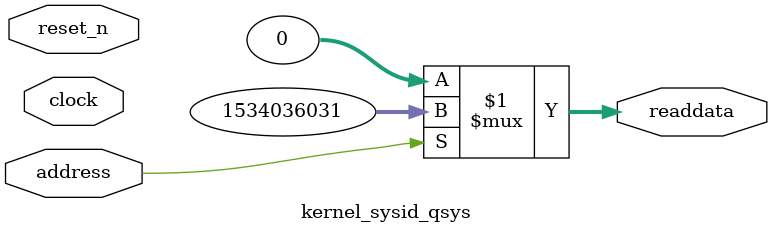
<source format=v>

`timescale 1ns / 1ps
// synthesis translate_on

// turn off superfluous verilog processor warnings 
// altera message_level Level1 
// altera message_off 10034 10035 10036 10037 10230 10240 10030 

module kernel_sysid_qsys (
               // inputs:
                address,
                clock,
                reset_n,

               // outputs:
                readdata
             )
;

  output  [ 31: 0] readdata;
  input            address;
  input            clock;
  input            reset_n;

  wire    [ 31: 0] readdata;
  //control_slave, which is an e_avalon_slave
  assign readdata = address ? 1534036031 : 0;

endmodule




</source>
